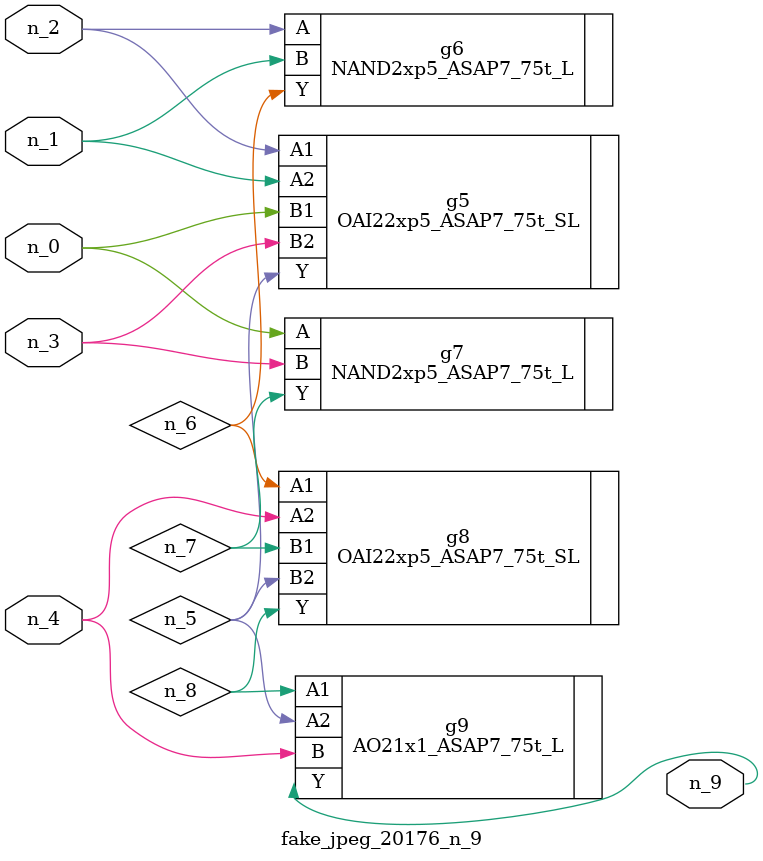
<source format=v>
module fake_jpeg_20176_n_9 (n_3, n_2, n_1, n_0, n_4, n_9);

input n_3;
input n_2;
input n_1;
input n_0;
input n_4;

output n_9;

wire n_8;
wire n_6;
wire n_5;
wire n_7;

OAI22xp5_ASAP7_75t_SL g5 ( 
.A1(n_2),
.A2(n_1),
.B1(n_0),
.B2(n_3),
.Y(n_5)
);

NAND2xp5_ASAP7_75t_L g6 ( 
.A(n_2),
.B(n_1),
.Y(n_6)
);

NAND2xp5_ASAP7_75t_L g7 ( 
.A(n_0),
.B(n_3),
.Y(n_7)
);

OAI22xp5_ASAP7_75t_SL g8 ( 
.A1(n_6),
.A2(n_4),
.B1(n_7),
.B2(n_5),
.Y(n_8)
);

AO21x1_ASAP7_75t_L g9 ( 
.A1(n_8),
.A2(n_5),
.B(n_4),
.Y(n_9)
);


endmodule
</source>
